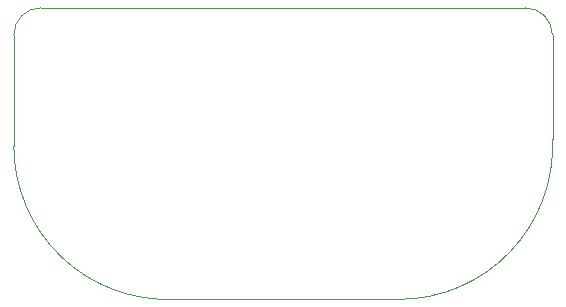
<source format=gbr>
%TF.GenerationSoftware,KiCad,Pcbnew,9.0.0*%
%TF.CreationDate,2025-10-10T19:38:29-07:00*%
%TF.ProjectId,fj-eyespi-min,666a2d65-7965-4737-9069-2d6d696e2e6b,rev?*%
%TF.SameCoordinates,Original*%
%TF.FileFunction,Profile,NP*%
%FSLAX46Y46*%
G04 Gerber Fmt 4.6, Leading zero omitted, Abs format (unit mm)*
G04 Created by KiCad (PCBNEW 9.0.0) date 2025-10-10 19:38:29*
%MOMM*%
%LPD*%
G01*
G04 APERTURE LIST*
%TA.AperFunction,Profile*%
%ADD10C,0.050000*%
%TD*%
G04 APERTURE END LIST*
D10*
X176400000Y-75776346D02*
G75*
G02*
X178699954Y-78076346I0J-2299954D01*
G01*
X135389895Y-75776346D02*
X176400000Y-75776346D01*
X133089895Y-87469691D02*
X133089895Y-78076346D01*
X146658605Y-100454388D02*
G75*
G02*
X133089902Y-87469691I-556805J12999988D01*
G01*
X165704388Y-100460114D02*
X146658585Y-100454388D01*
X133089895Y-78076346D02*
G75*
G02*
X135389895Y-75776295I2300005J46D01*
G01*
X178704388Y-86891395D02*
G75*
G02*
X165704388Y-100460107I-12999988J-556805D01*
G01*
X178704388Y-86891395D02*
X178704388Y-78076350D01*
M02*

</source>
